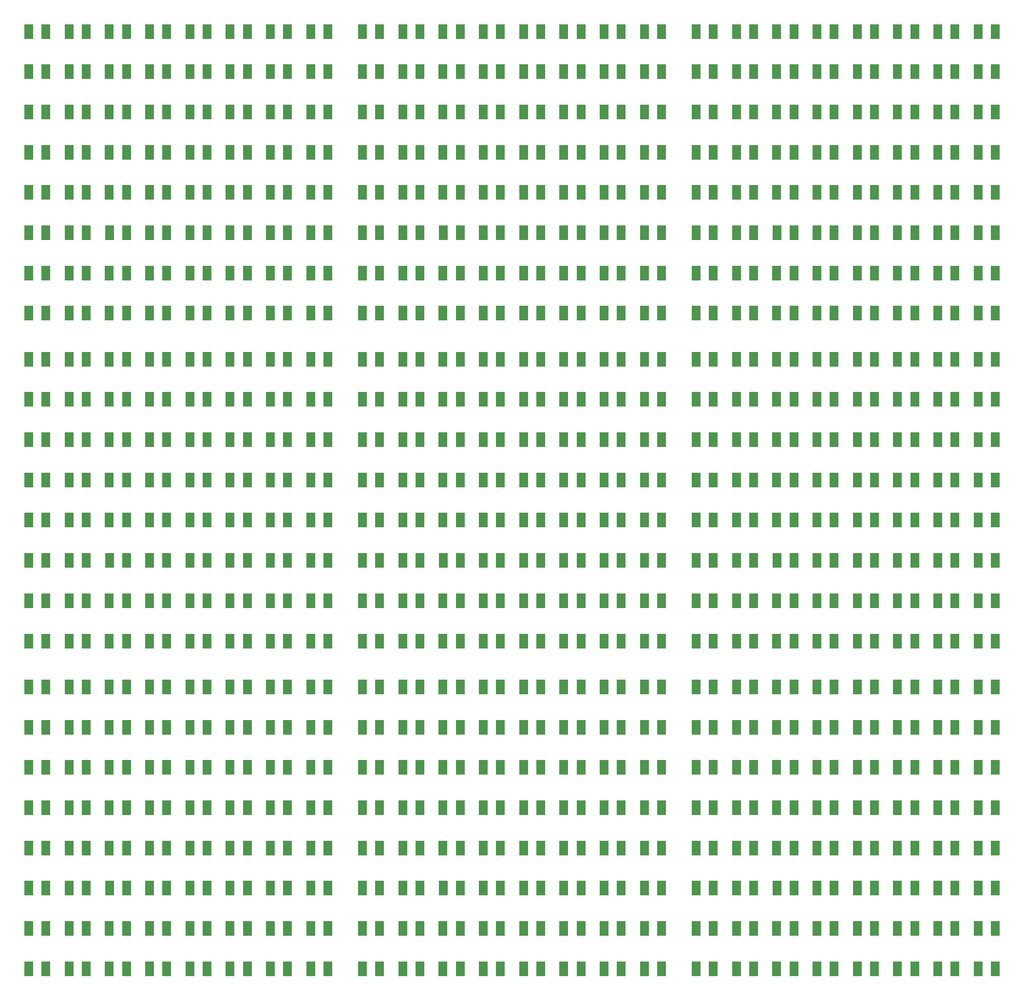
<source format=gbr>
%TF.GenerationSoftware,Altium Limited,Altium Designer,21.6.1 (37)*%
G04 Layer_Color=255*
%FSLAX43Y43*%
%MOMM*%
%TF.SameCoordinates,8D5B277E-474B-43DD-86F4-B2073A371E15*%
%TF.FilePolarity,Positive*%
%TF.FileFunction,Pads,Top*%
%TF.Part,CustomerPanel*%
G01*
G75*
%TA.AperFunction,SMDPad,CuDef*%
%ADD10R,1.500X2.600*%
D10*
X149000Y124000D02*
D03*
X146000D02*
D03*
X118000Y166000D02*
D03*
X121000D02*
D03*
X128000D02*
D03*
X125000D02*
D03*
X132000D02*
D03*
X135000D02*
D03*
X142000D02*
D03*
X139000D02*
D03*
X146000D02*
D03*
X149000D02*
D03*
X156000D02*
D03*
X153000D02*
D03*
X160000D02*
D03*
X163000D02*
D03*
X170000D02*
D03*
X167000D02*
D03*
X118000Y159000D02*
D03*
X121000D02*
D03*
X128000D02*
D03*
X125000D02*
D03*
X132000D02*
D03*
X135000D02*
D03*
X142000D02*
D03*
X139000D02*
D03*
X146000D02*
D03*
X149000D02*
D03*
X156000D02*
D03*
X153000D02*
D03*
X160000D02*
D03*
X163000D02*
D03*
X170000D02*
D03*
X167000D02*
D03*
X118000Y152000D02*
D03*
X121000D02*
D03*
X128000D02*
D03*
X125000D02*
D03*
X132000D02*
D03*
X135000D02*
D03*
X142000D02*
D03*
X139000D02*
D03*
X146000D02*
D03*
X149000D02*
D03*
X156000D02*
D03*
X153000D02*
D03*
X160000D02*
D03*
X163000D02*
D03*
X170000D02*
D03*
X167000D02*
D03*
X118000Y145000D02*
D03*
X121000D02*
D03*
X128000D02*
D03*
X125000D02*
D03*
X132000D02*
D03*
X135000D02*
D03*
X142000D02*
D03*
X139000D02*
D03*
X146000D02*
D03*
X149000D02*
D03*
X156000D02*
D03*
X153000D02*
D03*
X160000D02*
D03*
X163000D02*
D03*
X170000D02*
D03*
X167000D02*
D03*
X118000Y138000D02*
D03*
X121000D02*
D03*
X128000D02*
D03*
X125000D02*
D03*
X132000D02*
D03*
X135000D02*
D03*
X142000D02*
D03*
X139000D02*
D03*
X146000D02*
D03*
X149000D02*
D03*
X156000D02*
D03*
X153000D02*
D03*
X160000D02*
D03*
X163000D02*
D03*
X170000D02*
D03*
X167000D02*
D03*
X118000Y131000D02*
D03*
X121000D02*
D03*
X128000D02*
D03*
X125000D02*
D03*
X132030Y131021D02*
D03*
X135030D02*
D03*
X142000Y131000D02*
D03*
X139000D02*
D03*
X146000D02*
D03*
X149000D02*
D03*
X156000D02*
D03*
X153000D02*
D03*
X160000D02*
D03*
X163000D02*
D03*
X170000D02*
D03*
X167000D02*
D03*
X118000Y124000D02*
D03*
X121000D02*
D03*
X128000D02*
D03*
X125000D02*
D03*
X132000D02*
D03*
X135000D02*
D03*
X142000D02*
D03*
X139000D02*
D03*
X156000D02*
D03*
X153000D02*
D03*
X160000D02*
D03*
X163000D02*
D03*
X170000D02*
D03*
X167000D02*
D03*
X118000Y117000D02*
D03*
X121000D02*
D03*
X128000D02*
D03*
X125000D02*
D03*
X132000D02*
D03*
X135000D02*
D03*
X142000D02*
D03*
X139000D02*
D03*
X146000D02*
D03*
X149000D02*
D03*
X156000D02*
D03*
X153000D02*
D03*
X160000D02*
D03*
X163000D02*
D03*
X170000D02*
D03*
X167000D02*
D03*
X149000Y67000D02*
D03*
X146000D02*
D03*
X118000Y109000D02*
D03*
X121000D02*
D03*
X128000D02*
D03*
X125000D02*
D03*
X132000D02*
D03*
X135000D02*
D03*
X142000D02*
D03*
X139000D02*
D03*
X146000D02*
D03*
X149000D02*
D03*
X156000D02*
D03*
X153000D02*
D03*
X160000D02*
D03*
X163000D02*
D03*
X170000D02*
D03*
X167000D02*
D03*
X118000Y102000D02*
D03*
X121000D02*
D03*
X128000D02*
D03*
X125000D02*
D03*
X132000D02*
D03*
X135000D02*
D03*
X142000D02*
D03*
X139000D02*
D03*
X146000D02*
D03*
X149000D02*
D03*
X156000D02*
D03*
X153000D02*
D03*
X160000D02*
D03*
X163000D02*
D03*
X170000D02*
D03*
X167000D02*
D03*
X118000Y95000D02*
D03*
X121000D02*
D03*
X128000D02*
D03*
X125000D02*
D03*
X132000D02*
D03*
X135000D02*
D03*
X142000D02*
D03*
X139000D02*
D03*
X146000D02*
D03*
X149000D02*
D03*
X156000D02*
D03*
X153000D02*
D03*
X160000D02*
D03*
X163000D02*
D03*
X170000D02*
D03*
X167000D02*
D03*
X118000Y88000D02*
D03*
X121000D02*
D03*
X128000D02*
D03*
X125000D02*
D03*
X132000D02*
D03*
X135000D02*
D03*
X142000D02*
D03*
X139000D02*
D03*
X146000D02*
D03*
X149000D02*
D03*
X156000D02*
D03*
X153000D02*
D03*
X160000D02*
D03*
X163000D02*
D03*
X170000D02*
D03*
X167000D02*
D03*
X118000Y81000D02*
D03*
X121000D02*
D03*
X128000D02*
D03*
X125000D02*
D03*
X132000D02*
D03*
X135000D02*
D03*
X142000D02*
D03*
X139000D02*
D03*
X146000D02*
D03*
X149000D02*
D03*
X156000D02*
D03*
X153000D02*
D03*
X160000D02*
D03*
X163000D02*
D03*
X170000D02*
D03*
X167000D02*
D03*
X118000Y74000D02*
D03*
X121000D02*
D03*
X128000D02*
D03*
X125000D02*
D03*
X132030Y74021D02*
D03*
X135030D02*
D03*
X142000Y74000D02*
D03*
X139000D02*
D03*
X146000D02*
D03*
X149000D02*
D03*
X156000D02*
D03*
X153000D02*
D03*
X160000D02*
D03*
X163000D02*
D03*
X170000D02*
D03*
X167000D02*
D03*
X118000Y67000D02*
D03*
X121000D02*
D03*
X128000D02*
D03*
X125000D02*
D03*
X132000D02*
D03*
X135000D02*
D03*
X142000D02*
D03*
X139000D02*
D03*
X156000D02*
D03*
X153000D02*
D03*
X160000D02*
D03*
X163000D02*
D03*
X170000D02*
D03*
X167000D02*
D03*
X118000Y60000D02*
D03*
X121000D02*
D03*
X128000D02*
D03*
X125000D02*
D03*
X132000D02*
D03*
X135000D02*
D03*
X142000D02*
D03*
X139000D02*
D03*
X146000D02*
D03*
X149000D02*
D03*
X156000D02*
D03*
X153000D02*
D03*
X160000D02*
D03*
X163000D02*
D03*
X170000D02*
D03*
X167000D02*
D03*
X149000Y10000D02*
D03*
X146000D02*
D03*
X118000Y52000D02*
D03*
X121000D02*
D03*
X128000D02*
D03*
X125000D02*
D03*
X132000D02*
D03*
X135000D02*
D03*
X142000D02*
D03*
X139000D02*
D03*
X146000D02*
D03*
X149000D02*
D03*
X156000D02*
D03*
X153000D02*
D03*
X160000D02*
D03*
X163000D02*
D03*
X170000D02*
D03*
X167000D02*
D03*
X118000Y45000D02*
D03*
X121000D02*
D03*
X128000D02*
D03*
X125000D02*
D03*
X132000D02*
D03*
X135000D02*
D03*
X142000D02*
D03*
X139000D02*
D03*
X146000D02*
D03*
X149000D02*
D03*
X156000D02*
D03*
X153000D02*
D03*
X160000D02*
D03*
X163000D02*
D03*
X170000D02*
D03*
X167000D02*
D03*
X118000Y38000D02*
D03*
X121000D02*
D03*
X128000D02*
D03*
X125000D02*
D03*
X132000D02*
D03*
X135000D02*
D03*
X142000D02*
D03*
X139000D02*
D03*
X146000D02*
D03*
X149000D02*
D03*
X156000D02*
D03*
X153000D02*
D03*
X160000D02*
D03*
X163000D02*
D03*
X170000D02*
D03*
X167000D02*
D03*
X118000Y31000D02*
D03*
X121000D02*
D03*
X128000D02*
D03*
X125000D02*
D03*
X132000D02*
D03*
X135000D02*
D03*
X142000D02*
D03*
X139000D02*
D03*
X146000D02*
D03*
X149000D02*
D03*
X156000D02*
D03*
X153000D02*
D03*
X160000D02*
D03*
X163000D02*
D03*
X170000D02*
D03*
X167000D02*
D03*
X118000Y24000D02*
D03*
X121000D02*
D03*
X128000D02*
D03*
X125000D02*
D03*
X132000D02*
D03*
X135000D02*
D03*
X142000D02*
D03*
X139000D02*
D03*
X146000D02*
D03*
X149000D02*
D03*
X156000D02*
D03*
X153000D02*
D03*
X160000D02*
D03*
X163000D02*
D03*
X170000D02*
D03*
X167000D02*
D03*
X118000Y17000D02*
D03*
X121000D02*
D03*
X128000D02*
D03*
X125000D02*
D03*
X132030Y17021D02*
D03*
X135030D02*
D03*
X142000Y17000D02*
D03*
X139000D02*
D03*
X146000D02*
D03*
X149000D02*
D03*
X156000D02*
D03*
X153000D02*
D03*
X160000D02*
D03*
X163000D02*
D03*
X170000D02*
D03*
X167000D02*
D03*
X118000Y10000D02*
D03*
X121000D02*
D03*
X128000D02*
D03*
X125000D02*
D03*
X132000D02*
D03*
X135000D02*
D03*
X142000D02*
D03*
X139000D02*
D03*
X156000D02*
D03*
X153000D02*
D03*
X160000D02*
D03*
X163000D02*
D03*
X170000D02*
D03*
X167000D02*
D03*
X118000Y3000D02*
D03*
X121000D02*
D03*
X128000D02*
D03*
X125000D02*
D03*
X132000D02*
D03*
X135000D02*
D03*
X142000D02*
D03*
X139000D02*
D03*
X146000D02*
D03*
X149000D02*
D03*
X156000D02*
D03*
X153000D02*
D03*
X160000D02*
D03*
X163000D02*
D03*
X170000D02*
D03*
X167000D02*
D03*
X91000Y124000D02*
D03*
X88000D02*
D03*
X60000Y166000D02*
D03*
X63000D02*
D03*
X70000D02*
D03*
X67000D02*
D03*
X74000D02*
D03*
X77000D02*
D03*
X84000D02*
D03*
X81000D02*
D03*
X88000D02*
D03*
X91000D02*
D03*
X98000D02*
D03*
X95000D02*
D03*
X102000D02*
D03*
X105000D02*
D03*
X112000D02*
D03*
X109000D02*
D03*
X60000Y159000D02*
D03*
X63000D02*
D03*
X70000D02*
D03*
X67000D02*
D03*
X74000D02*
D03*
X77000D02*
D03*
X84000D02*
D03*
X81000D02*
D03*
X88000D02*
D03*
X91000D02*
D03*
X98000D02*
D03*
X95000D02*
D03*
X102000D02*
D03*
X105000D02*
D03*
X112000D02*
D03*
X109000D02*
D03*
X60000Y152000D02*
D03*
X63000D02*
D03*
X70000D02*
D03*
X67000D02*
D03*
X74000D02*
D03*
X77000D02*
D03*
X84000D02*
D03*
X81000D02*
D03*
X88000D02*
D03*
X91000D02*
D03*
X98000D02*
D03*
X95000D02*
D03*
X102000D02*
D03*
X105000D02*
D03*
X112000D02*
D03*
X109000D02*
D03*
X60000Y145000D02*
D03*
X63000D02*
D03*
X70000D02*
D03*
X67000D02*
D03*
X74000D02*
D03*
X77000D02*
D03*
X84000D02*
D03*
X81000D02*
D03*
X88000D02*
D03*
X91000D02*
D03*
X98000D02*
D03*
X95000D02*
D03*
X102000D02*
D03*
X105000D02*
D03*
X112000D02*
D03*
X109000D02*
D03*
X60000Y138000D02*
D03*
X63000D02*
D03*
X70000D02*
D03*
X67000D02*
D03*
X74000D02*
D03*
X77000D02*
D03*
X84000D02*
D03*
X81000D02*
D03*
X88000D02*
D03*
X91000D02*
D03*
X98000D02*
D03*
X95000D02*
D03*
X102000D02*
D03*
X105000D02*
D03*
X112000D02*
D03*
X109000D02*
D03*
X60000Y131000D02*
D03*
X63000D02*
D03*
X70000D02*
D03*
X67000D02*
D03*
X74030Y131021D02*
D03*
X77030D02*
D03*
X84000Y131000D02*
D03*
X81000D02*
D03*
X88000D02*
D03*
X91000D02*
D03*
X98000D02*
D03*
X95000D02*
D03*
X102000D02*
D03*
X105000D02*
D03*
X112000D02*
D03*
X109000D02*
D03*
X60000Y124000D02*
D03*
X63000D02*
D03*
X70000D02*
D03*
X67000D02*
D03*
X74000D02*
D03*
X77000D02*
D03*
X84000D02*
D03*
X81000D02*
D03*
X98000D02*
D03*
X95000D02*
D03*
X102000D02*
D03*
X105000D02*
D03*
X112000D02*
D03*
X109000D02*
D03*
X60000Y117000D02*
D03*
X63000D02*
D03*
X70000D02*
D03*
X67000D02*
D03*
X74000D02*
D03*
X77000D02*
D03*
X84000D02*
D03*
X81000D02*
D03*
X88000D02*
D03*
X91000D02*
D03*
X98000D02*
D03*
X95000D02*
D03*
X102000D02*
D03*
X105000D02*
D03*
X112000D02*
D03*
X109000D02*
D03*
X91000Y67000D02*
D03*
X88000D02*
D03*
X60000Y109000D02*
D03*
X63000D02*
D03*
X70000D02*
D03*
X67000D02*
D03*
X74000D02*
D03*
X77000D02*
D03*
X84000D02*
D03*
X81000D02*
D03*
X88000D02*
D03*
X91000D02*
D03*
X98000D02*
D03*
X95000D02*
D03*
X102000D02*
D03*
X105000D02*
D03*
X112000D02*
D03*
X109000D02*
D03*
X60000Y102000D02*
D03*
X63000D02*
D03*
X70000D02*
D03*
X67000D02*
D03*
X74000D02*
D03*
X77000D02*
D03*
X84000D02*
D03*
X81000D02*
D03*
X88000D02*
D03*
X91000D02*
D03*
X98000D02*
D03*
X95000D02*
D03*
X102000D02*
D03*
X105000D02*
D03*
X112000D02*
D03*
X109000D02*
D03*
X60000Y95000D02*
D03*
X63000D02*
D03*
X70000D02*
D03*
X67000D02*
D03*
X74000D02*
D03*
X77000D02*
D03*
X84000D02*
D03*
X81000D02*
D03*
X88000D02*
D03*
X91000D02*
D03*
X98000D02*
D03*
X95000D02*
D03*
X102000D02*
D03*
X105000D02*
D03*
X112000D02*
D03*
X109000D02*
D03*
X60000Y88000D02*
D03*
X63000D02*
D03*
X70000D02*
D03*
X67000D02*
D03*
X74000D02*
D03*
X77000D02*
D03*
X84000D02*
D03*
X81000D02*
D03*
X88000D02*
D03*
X91000D02*
D03*
X98000D02*
D03*
X95000D02*
D03*
X102000D02*
D03*
X105000D02*
D03*
X112000D02*
D03*
X109000D02*
D03*
X60000Y81000D02*
D03*
X63000D02*
D03*
X70000D02*
D03*
X67000D02*
D03*
X74000D02*
D03*
X77000D02*
D03*
X84000D02*
D03*
X81000D02*
D03*
X88000D02*
D03*
X91000D02*
D03*
X98000D02*
D03*
X95000D02*
D03*
X102000D02*
D03*
X105000D02*
D03*
X112000D02*
D03*
X109000D02*
D03*
X60000Y74000D02*
D03*
X63000D02*
D03*
X70000D02*
D03*
X67000D02*
D03*
X74030Y74021D02*
D03*
X77030D02*
D03*
X84000Y74000D02*
D03*
X81000D02*
D03*
X88000D02*
D03*
X91000D02*
D03*
X98000D02*
D03*
X95000D02*
D03*
X102000D02*
D03*
X105000D02*
D03*
X112000D02*
D03*
X109000D02*
D03*
X60000Y67000D02*
D03*
X63000D02*
D03*
X70000D02*
D03*
X67000D02*
D03*
X74000D02*
D03*
X77000D02*
D03*
X84000D02*
D03*
X81000D02*
D03*
X98000D02*
D03*
X95000D02*
D03*
X102000D02*
D03*
X105000D02*
D03*
X112000D02*
D03*
X109000D02*
D03*
X60000Y60000D02*
D03*
X63000D02*
D03*
X70000D02*
D03*
X67000D02*
D03*
X74000D02*
D03*
X77000D02*
D03*
X84000D02*
D03*
X81000D02*
D03*
X88000D02*
D03*
X91000D02*
D03*
X98000D02*
D03*
X95000D02*
D03*
X102000D02*
D03*
X105000D02*
D03*
X112000D02*
D03*
X109000D02*
D03*
X91000Y10000D02*
D03*
X88000D02*
D03*
X60000Y52000D02*
D03*
X63000D02*
D03*
X70000D02*
D03*
X67000D02*
D03*
X74000D02*
D03*
X77000D02*
D03*
X84000D02*
D03*
X81000D02*
D03*
X88000D02*
D03*
X91000D02*
D03*
X98000D02*
D03*
X95000D02*
D03*
X102000D02*
D03*
X105000D02*
D03*
X112000D02*
D03*
X109000D02*
D03*
X60000Y45000D02*
D03*
X63000D02*
D03*
X70000D02*
D03*
X67000D02*
D03*
X74000D02*
D03*
X77000D02*
D03*
X84000D02*
D03*
X81000D02*
D03*
X88000D02*
D03*
X91000D02*
D03*
X98000D02*
D03*
X95000D02*
D03*
X102000D02*
D03*
X105000D02*
D03*
X112000D02*
D03*
X109000D02*
D03*
X60000Y38000D02*
D03*
X63000D02*
D03*
X70000D02*
D03*
X67000D02*
D03*
X74000D02*
D03*
X77000D02*
D03*
X84000D02*
D03*
X81000D02*
D03*
X88000D02*
D03*
X91000D02*
D03*
X98000D02*
D03*
X95000D02*
D03*
X102000D02*
D03*
X105000D02*
D03*
X112000D02*
D03*
X109000D02*
D03*
X60000Y31000D02*
D03*
X63000D02*
D03*
X70000D02*
D03*
X67000D02*
D03*
X74000D02*
D03*
X77000D02*
D03*
X84000D02*
D03*
X81000D02*
D03*
X88000D02*
D03*
X91000D02*
D03*
X98000D02*
D03*
X95000D02*
D03*
X102000D02*
D03*
X105000D02*
D03*
X112000D02*
D03*
X109000D02*
D03*
X60000Y24000D02*
D03*
X63000D02*
D03*
X70000D02*
D03*
X67000D02*
D03*
X74000D02*
D03*
X77000D02*
D03*
X84000D02*
D03*
X81000D02*
D03*
X88000D02*
D03*
X91000D02*
D03*
X98000D02*
D03*
X95000D02*
D03*
X102000D02*
D03*
X105000D02*
D03*
X112000D02*
D03*
X109000D02*
D03*
X60000Y17000D02*
D03*
X63000D02*
D03*
X70000D02*
D03*
X67000D02*
D03*
X74030Y17021D02*
D03*
X77030D02*
D03*
X84000Y17000D02*
D03*
X81000D02*
D03*
X88000D02*
D03*
X91000D02*
D03*
X98000D02*
D03*
X95000D02*
D03*
X102000D02*
D03*
X105000D02*
D03*
X112000D02*
D03*
X109000D02*
D03*
X60000Y10000D02*
D03*
X63000D02*
D03*
X70000D02*
D03*
X67000D02*
D03*
X74000D02*
D03*
X77000D02*
D03*
X84000D02*
D03*
X81000D02*
D03*
X98000D02*
D03*
X95000D02*
D03*
X102000D02*
D03*
X105000D02*
D03*
X112000D02*
D03*
X109000D02*
D03*
X60000Y3000D02*
D03*
X63000D02*
D03*
X70000D02*
D03*
X67000D02*
D03*
X74000D02*
D03*
X77000D02*
D03*
X84000D02*
D03*
X81000D02*
D03*
X88000D02*
D03*
X91000D02*
D03*
X98000D02*
D03*
X95000D02*
D03*
X102000D02*
D03*
X105000D02*
D03*
X112000D02*
D03*
X109000D02*
D03*
X33000Y124000D02*
D03*
X30000D02*
D03*
X2000Y166000D02*
D03*
X5000D02*
D03*
X12000D02*
D03*
X9000D02*
D03*
X16000D02*
D03*
X19000D02*
D03*
X26000D02*
D03*
X23000D02*
D03*
X30000D02*
D03*
X33000D02*
D03*
X40000D02*
D03*
X37000D02*
D03*
X44000D02*
D03*
X47000D02*
D03*
X54000D02*
D03*
X51000D02*
D03*
X2000Y159000D02*
D03*
X5000D02*
D03*
X12000D02*
D03*
X9000D02*
D03*
X16000D02*
D03*
X19000D02*
D03*
X26000D02*
D03*
X23000D02*
D03*
X30000D02*
D03*
X33000D02*
D03*
X40000D02*
D03*
X37000D02*
D03*
X44000D02*
D03*
X47000D02*
D03*
X54000D02*
D03*
X51000D02*
D03*
X2000Y152000D02*
D03*
X5000D02*
D03*
X12000D02*
D03*
X9000D02*
D03*
X16000D02*
D03*
X19000D02*
D03*
X26000D02*
D03*
X23000D02*
D03*
X30000D02*
D03*
X33000D02*
D03*
X40000D02*
D03*
X37000D02*
D03*
X44000D02*
D03*
X47000D02*
D03*
X54000D02*
D03*
X51000D02*
D03*
X2000Y145000D02*
D03*
X5000D02*
D03*
X12000D02*
D03*
X9000D02*
D03*
X16000D02*
D03*
X19000D02*
D03*
X26000D02*
D03*
X23000D02*
D03*
X30000D02*
D03*
X33000D02*
D03*
X40000D02*
D03*
X37000D02*
D03*
X44000D02*
D03*
X47000D02*
D03*
X54000D02*
D03*
X51000D02*
D03*
X2000Y138000D02*
D03*
X5000D02*
D03*
X12000D02*
D03*
X9000D02*
D03*
X16000D02*
D03*
X19000D02*
D03*
X26000D02*
D03*
X23000D02*
D03*
X30000D02*
D03*
X33000D02*
D03*
X40000D02*
D03*
X37000D02*
D03*
X44000D02*
D03*
X47000D02*
D03*
X54000D02*
D03*
X51000D02*
D03*
X2000Y131000D02*
D03*
X5000D02*
D03*
X12000D02*
D03*
X9000D02*
D03*
X16030Y131021D02*
D03*
X19030D02*
D03*
X26000Y131000D02*
D03*
X23000D02*
D03*
X30000D02*
D03*
X33000D02*
D03*
X40000D02*
D03*
X37000D02*
D03*
X44000D02*
D03*
X47000D02*
D03*
X54000D02*
D03*
X51000D02*
D03*
X2000Y124000D02*
D03*
X5000D02*
D03*
X12000D02*
D03*
X9000D02*
D03*
X16000D02*
D03*
X19000D02*
D03*
X26000D02*
D03*
X23000D02*
D03*
X40000D02*
D03*
X37000D02*
D03*
X44000D02*
D03*
X47000D02*
D03*
X54000D02*
D03*
X51000D02*
D03*
X2000Y117000D02*
D03*
X5000D02*
D03*
X12000D02*
D03*
X9000D02*
D03*
X16000D02*
D03*
X19000D02*
D03*
X26000D02*
D03*
X23000D02*
D03*
X30000D02*
D03*
X33000D02*
D03*
X40000D02*
D03*
X37000D02*
D03*
X44000D02*
D03*
X47000D02*
D03*
X54000D02*
D03*
X51000D02*
D03*
X33000Y67000D02*
D03*
X30000D02*
D03*
X2000Y109000D02*
D03*
X5000D02*
D03*
X12000D02*
D03*
X9000D02*
D03*
X16000D02*
D03*
X19000D02*
D03*
X26000D02*
D03*
X23000D02*
D03*
X30000D02*
D03*
X33000D02*
D03*
X40000D02*
D03*
X37000D02*
D03*
X44000D02*
D03*
X47000D02*
D03*
X54000D02*
D03*
X51000D02*
D03*
X2000Y102000D02*
D03*
X5000D02*
D03*
X12000D02*
D03*
X9000D02*
D03*
X16000D02*
D03*
X19000D02*
D03*
X26000D02*
D03*
X23000D02*
D03*
X30000D02*
D03*
X33000D02*
D03*
X40000D02*
D03*
X37000D02*
D03*
X44000D02*
D03*
X47000D02*
D03*
X54000D02*
D03*
X51000D02*
D03*
X2000Y95000D02*
D03*
X5000D02*
D03*
X12000D02*
D03*
X9000D02*
D03*
X16000D02*
D03*
X19000D02*
D03*
X26000D02*
D03*
X23000D02*
D03*
X30000D02*
D03*
X33000D02*
D03*
X40000D02*
D03*
X37000D02*
D03*
X44000D02*
D03*
X47000D02*
D03*
X54000D02*
D03*
X51000D02*
D03*
X2000Y88000D02*
D03*
X5000D02*
D03*
X12000D02*
D03*
X9000D02*
D03*
X16000D02*
D03*
X19000D02*
D03*
X26000D02*
D03*
X23000D02*
D03*
X30000D02*
D03*
X33000D02*
D03*
X40000D02*
D03*
X37000D02*
D03*
X44000D02*
D03*
X47000D02*
D03*
X54000D02*
D03*
X51000D02*
D03*
X2000Y81000D02*
D03*
X5000D02*
D03*
X12000D02*
D03*
X9000D02*
D03*
X16000D02*
D03*
X19000D02*
D03*
X26000D02*
D03*
X23000D02*
D03*
X30000D02*
D03*
X33000D02*
D03*
X40000D02*
D03*
X37000D02*
D03*
X44000D02*
D03*
X47000D02*
D03*
X54000D02*
D03*
X51000D02*
D03*
X2000Y74000D02*
D03*
X5000D02*
D03*
X12000D02*
D03*
X9000D02*
D03*
X16030Y74021D02*
D03*
X19030D02*
D03*
X26000Y74000D02*
D03*
X23000D02*
D03*
X30000D02*
D03*
X33000D02*
D03*
X40000D02*
D03*
X37000D02*
D03*
X44000D02*
D03*
X47000D02*
D03*
X54000D02*
D03*
X51000D02*
D03*
X2000Y67000D02*
D03*
X5000D02*
D03*
X12000D02*
D03*
X9000D02*
D03*
X16000D02*
D03*
X19000D02*
D03*
X26000D02*
D03*
X23000D02*
D03*
X40000D02*
D03*
X37000D02*
D03*
X44000D02*
D03*
X47000D02*
D03*
X54000D02*
D03*
X51000D02*
D03*
X2000Y60000D02*
D03*
X5000D02*
D03*
X12000D02*
D03*
X9000D02*
D03*
X16000D02*
D03*
X19000D02*
D03*
X26000D02*
D03*
X23000D02*
D03*
X30000D02*
D03*
X33000D02*
D03*
X40000D02*
D03*
X37000D02*
D03*
X44000D02*
D03*
X47000D02*
D03*
X54000D02*
D03*
X51000D02*
D03*
X33000Y10000D02*
D03*
X30000D02*
D03*
X2000Y52000D02*
D03*
X5000D02*
D03*
X12000D02*
D03*
X9000D02*
D03*
X16000D02*
D03*
X19000D02*
D03*
X26000D02*
D03*
X23000D02*
D03*
X30000D02*
D03*
X33000D02*
D03*
X40000D02*
D03*
X37000D02*
D03*
X44000D02*
D03*
X47000D02*
D03*
X54000D02*
D03*
X51000D02*
D03*
X2000Y45000D02*
D03*
X5000D02*
D03*
X12000D02*
D03*
X9000D02*
D03*
X16000D02*
D03*
X19000D02*
D03*
X26000D02*
D03*
X23000D02*
D03*
X30000D02*
D03*
X33000D02*
D03*
X40000D02*
D03*
X37000D02*
D03*
X44000D02*
D03*
X47000D02*
D03*
X54000D02*
D03*
X51000D02*
D03*
X2000Y38000D02*
D03*
X5000D02*
D03*
X12000D02*
D03*
X9000D02*
D03*
X16000D02*
D03*
X19000D02*
D03*
X26000D02*
D03*
X23000D02*
D03*
X30000D02*
D03*
X33000D02*
D03*
X40000D02*
D03*
X37000D02*
D03*
X44000D02*
D03*
X47000D02*
D03*
X54000D02*
D03*
X51000D02*
D03*
X2000Y31000D02*
D03*
X5000D02*
D03*
X12000D02*
D03*
X9000D02*
D03*
X16000D02*
D03*
X19000D02*
D03*
X26000D02*
D03*
X23000D02*
D03*
X30000D02*
D03*
X33000D02*
D03*
X40000D02*
D03*
X37000D02*
D03*
X44000D02*
D03*
X47000D02*
D03*
X54000D02*
D03*
X51000D02*
D03*
X2000Y24000D02*
D03*
X5000D02*
D03*
X12000D02*
D03*
X9000D02*
D03*
X16000D02*
D03*
X19000D02*
D03*
X26000D02*
D03*
X23000D02*
D03*
X30000D02*
D03*
X33000D02*
D03*
X40000D02*
D03*
X37000D02*
D03*
X44000D02*
D03*
X47000D02*
D03*
X54000D02*
D03*
X51000D02*
D03*
X2000Y17000D02*
D03*
X5000D02*
D03*
X12000D02*
D03*
X9000D02*
D03*
X16030Y17021D02*
D03*
X19030D02*
D03*
X26000Y17000D02*
D03*
X23000D02*
D03*
X30000D02*
D03*
X33000D02*
D03*
X40000D02*
D03*
X37000D02*
D03*
X44000D02*
D03*
X47000D02*
D03*
X54000D02*
D03*
X51000D02*
D03*
X2000Y10000D02*
D03*
X5000D02*
D03*
X12000D02*
D03*
X9000D02*
D03*
X16000D02*
D03*
X19000D02*
D03*
X26000D02*
D03*
X23000D02*
D03*
X40000D02*
D03*
X37000D02*
D03*
X44000D02*
D03*
X47000D02*
D03*
X54000D02*
D03*
X51000D02*
D03*
X2000Y3000D02*
D03*
X5000D02*
D03*
X12000D02*
D03*
X9000D02*
D03*
X16000D02*
D03*
X19000D02*
D03*
X26000D02*
D03*
X23000D02*
D03*
X30000D02*
D03*
X33000D02*
D03*
X40000D02*
D03*
X37000D02*
D03*
X44000D02*
D03*
X47000D02*
D03*
X54000D02*
D03*
X51000D02*
D03*
%TF.MD5,6d39f48e7048625bc8e89e6168b447df*%
M02*

</source>
